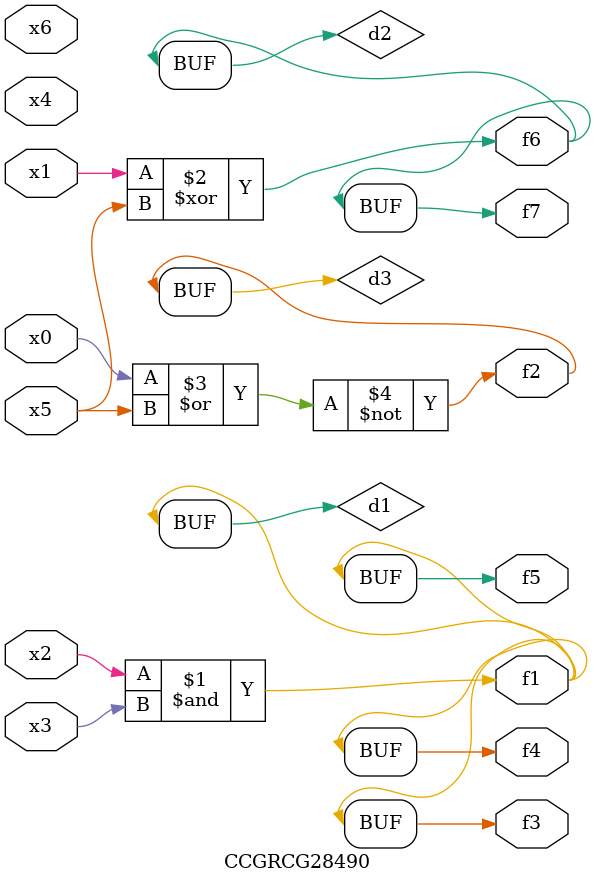
<source format=v>
module CCGRCG28490(
	input x0, x1, x2, x3, x4, x5, x6,
	output f1, f2, f3, f4, f5, f6, f7
);

	wire d1, d2, d3;

	and (d1, x2, x3);
	xor (d2, x1, x5);
	nor (d3, x0, x5);
	assign f1 = d1;
	assign f2 = d3;
	assign f3 = d1;
	assign f4 = d1;
	assign f5 = d1;
	assign f6 = d2;
	assign f7 = d2;
endmodule

</source>
